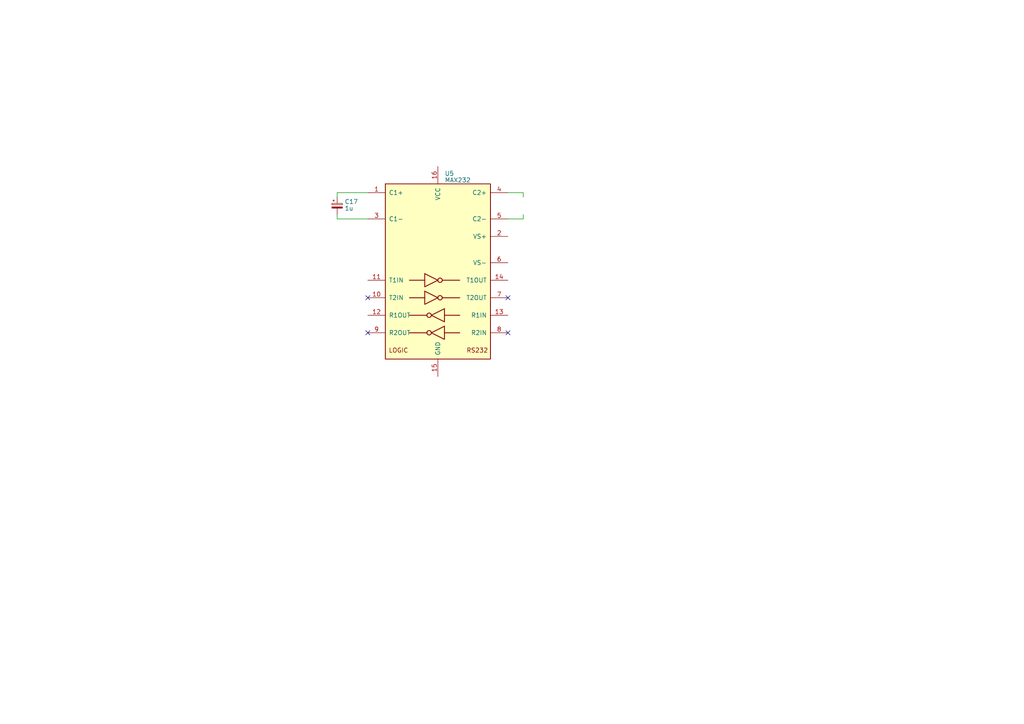
<source format=kicad_sch>
(kicad_sch (version 20230121) (generator eeschema)

  (uuid 1de161de-844f-4ac6-86d9-b35125e3dc9a)

  (paper "A4")

  (lib_symbols
    (symbol "Device:C_Polarized_Small" (pin_numbers hide) (pin_names (offset 0.254) hide) (in_bom yes) (on_board yes)
      (property "Reference" "C" (at 0.254 1.778 0)
        (effects (font (size 1.27 1.27)) (justify left))
      )
      (property "Value" "C_Polarized_Small" (at 0.254 -2.032 0)
        (effects (font (size 1.27 1.27)) (justify left))
      )
      (property "Footprint" "" (at 0 0 0)
        (effects (font (size 1.27 1.27)) hide)
      )
      (property "Datasheet" "~" (at 0 0 0)
        (effects (font (size 1.27 1.27)) hide)
      )
      (property "ki_keywords" "cap capacitor" (at 0 0 0)
        (effects (font (size 1.27 1.27)) hide)
      )
      (property "ki_description" "Polarized capacitor, small symbol" (at 0 0 0)
        (effects (font (size 1.27 1.27)) hide)
      )
      (property "ki_fp_filters" "CP_*" (at 0 0 0)
        (effects (font (size 1.27 1.27)) hide)
      )
      (symbol "C_Polarized_Small_0_1"
        (rectangle (start -1.524 -0.3048) (end 1.524 -0.6858)
          (stroke (width 0) (type default))
          (fill (type outline))
        )
        (rectangle (start -1.524 0.6858) (end 1.524 0.3048)
          (stroke (width 0) (type default))
          (fill (type none))
        )
        (polyline
          (pts
            (xy -1.27 1.524)
            (xy -0.762 1.524)
          )
          (stroke (width 0) (type default))
          (fill (type none))
        )
        (polyline
          (pts
            (xy -1.016 1.27)
            (xy -1.016 1.778)
          )
          (stroke (width 0) (type default))
          (fill (type none))
        )
      )
      (symbol "C_Polarized_Small_1_1"
        (pin passive line (at 0 2.54 270) (length 1.8542)
          (name "~" (effects (font (size 1.27 1.27))))
          (number "1" (effects (font (size 1.27 1.27))))
        )
        (pin passive line (at 0 -2.54 90) (length 1.8542)
          (name "~" (effects (font (size 1.27 1.27))))
          (number "2" (effects (font (size 1.27 1.27))))
        )
      )
    )
    (symbol "Interface_UART:MAX232" (pin_names (offset 1.016)) (in_bom yes) (on_board yes)
      (property "Reference" "U" (at -2.54 28.575 0)
        (effects (font (size 1.27 1.27)) (justify right))
      )
      (property "Value" "MAX232" (at -2.54 26.67 0)
        (effects (font (size 1.27 1.27)) (justify right))
      )
      (property "Footprint" "" (at 1.27 -26.67 0)
        (effects (font (size 1.27 1.27)) (justify left) hide)
      )
      (property "Datasheet" "http://www.ti.com/lit/ds/symlink/max232.pdf" (at 0 2.54 0)
        (effects (font (size 1.27 1.27)) hide)
      )
      (property "ki_keywords" "rs232 uart transceiver line-driver" (at 0 0 0)
        (effects (font (size 1.27 1.27)) hide)
      )
      (property "ki_description" "Dual RS232 driver/receiver, 5V supply, 120kb/s, 0C-70C" (at 0 0 0)
        (effects (font (size 1.27 1.27)) hide)
      )
      (property "ki_fp_filters" "SOIC*P1.27mm* DIP*W7.62mm* TSSOP*4.4x5mm*P0.65mm*" (at 0 0 0)
        (effects (font (size 1.27 1.27)) hide)
      )
      (symbol "MAX232_0_0"
        (text "LOGIC" (at -11.43 -22.86 0)
          (effects (font (size 1.27 1.27)))
        )
        (text "RS232" (at 11.43 -22.86 0)
          (effects (font (size 1.27 1.27)))
        )
      )
      (symbol "MAX232_0_1"
        (rectangle (start -15.24 -25.4) (end 15.24 25.4)
          (stroke (width 0.254) (type default))
          (fill (type background))
        )
        (circle (center -2.54 -17.78) (radius 0.635)
          (stroke (width 0.254) (type default))
          (fill (type none))
        )
        (circle (center -2.54 -12.7) (radius 0.635)
          (stroke (width 0.254) (type default))
          (fill (type none))
        )
        (polyline
          (pts
            (xy -3.81 -7.62)
            (xy -8.255 -7.62)
          )
          (stroke (width 0.254) (type default))
          (fill (type none))
        )
        (polyline
          (pts
            (xy -3.81 -2.54)
            (xy -8.255 -2.54)
          )
          (stroke (width 0.254) (type default))
          (fill (type none))
        )
        (polyline
          (pts
            (xy -3.175 -17.78)
            (xy -8.255 -17.78)
          )
          (stroke (width 0.254) (type default))
          (fill (type none))
        )
        (polyline
          (pts
            (xy -3.175 -12.7)
            (xy -8.255 -12.7)
          )
          (stroke (width 0.254) (type default))
          (fill (type none))
        )
        (polyline
          (pts
            (xy 1.27 -7.62)
            (xy 6.35 -7.62)
          )
          (stroke (width 0.254) (type default))
          (fill (type none))
        )
        (polyline
          (pts
            (xy 1.27 -2.54)
            (xy 6.35 -2.54)
          )
          (stroke (width 0.254) (type default))
          (fill (type none))
        )
        (polyline
          (pts
            (xy 1.905 -17.78)
            (xy 6.35 -17.78)
          )
          (stroke (width 0.254) (type default))
          (fill (type none))
        )
        (polyline
          (pts
            (xy 1.905 -12.7)
            (xy 6.35 -12.7)
          )
          (stroke (width 0.254) (type default))
          (fill (type none))
        )
        (polyline
          (pts
            (xy -3.81 -5.715)
            (xy -3.81 -9.525)
            (xy 0 -7.62)
            (xy -3.81 -5.715)
          )
          (stroke (width 0.254) (type default))
          (fill (type none))
        )
        (polyline
          (pts
            (xy -3.81 -0.635)
            (xy -3.81 -4.445)
            (xy 0 -2.54)
            (xy -3.81 -0.635)
          )
          (stroke (width 0.254) (type default))
          (fill (type none))
        )
        (polyline
          (pts
            (xy 1.905 -15.875)
            (xy 1.905 -19.685)
            (xy -1.905 -17.78)
            (xy 1.905 -15.875)
          )
          (stroke (width 0.254) (type default))
          (fill (type none))
        )
        (polyline
          (pts
            (xy 1.905 -10.795)
            (xy 1.905 -14.605)
            (xy -1.905 -12.7)
            (xy 1.905 -10.795)
          )
          (stroke (width 0.254) (type default))
          (fill (type none))
        )
        (circle (center 0.635 -7.62) (radius 0.635)
          (stroke (width 0.254) (type default))
          (fill (type none))
        )
        (circle (center 0.635 -2.54) (radius 0.635)
          (stroke (width 0.254) (type default))
          (fill (type none))
        )
      )
      (symbol "MAX232_1_1"
        (pin passive line (at -20.32 22.86 0) (length 5.08)
          (name "C1+" (effects (font (size 1.27 1.27))))
          (number "1" (effects (font (size 1.27 1.27))))
        )
        (pin input line (at -20.32 -7.62 0) (length 5.08)
          (name "T2IN" (effects (font (size 1.27 1.27))))
          (number "10" (effects (font (size 1.27 1.27))))
        )
        (pin input line (at -20.32 -2.54 0) (length 5.08)
          (name "T1IN" (effects (font (size 1.27 1.27))))
          (number "11" (effects (font (size 1.27 1.27))))
        )
        (pin output line (at -20.32 -12.7 0) (length 5.08)
          (name "R1OUT" (effects (font (size 1.27 1.27))))
          (number "12" (effects (font (size 1.27 1.27))))
        )
        (pin input line (at 20.32 -12.7 180) (length 5.08)
          (name "R1IN" (effects (font (size 1.27 1.27))))
          (number "13" (effects (font (size 1.27 1.27))))
        )
        (pin output line (at 20.32 -2.54 180) (length 5.08)
          (name "T1OUT" (effects (font (size 1.27 1.27))))
          (number "14" (effects (font (size 1.27 1.27))))
        )
        (pin power_in line (at 0 -30.48 90) (length 5.08)
          (name "GND" (effects (font (size 1.27 1.27))))
          (number "15" (effects (font (size 1.27 1.27))))
        )
        (pin power_in line (at 0 30.48 270) (length 5.08)
          (name "VCC" (effects (font (size 1.27 1.27))))
          (number "16" (effects (font (size 1.27 1.27))))
        )
        (pin power_out line (at 20.32 10.16 180) (length 5.08)
          (name "VS+" (effects (font (size 1.27 1.27))))
          (number "2" (effects (font (size 1.27 1.27))))
        )
        (pin passive line (at -20.32 15.24 0) (length 5.08)
          (name "C1-" (effects (font (size 1.27 1.27))))
          (number "3" (effects (font (size 1.27 1.27))))
        )
        (pin passive line (at 20.32 22.86 180) (length 5.08)
          (name "C2+" (effects (font (size 1.27 1.27))))
          (number "4" (effects (font (size 1.27 1.27))))
        )
        (pin passive line (at 20.32 15.24 180) (length 5.08)
          (name "C2-" (effects (font (size 1.27 1.27))))
          (number "5" (effects (font (size 1.27 1.27))))
        )
        (pin power_out line (at 20.32 2.54 180) (length 5.08)
          (name "VS-" (effects (font (size 1.27 1.27))))
          (number "6" (effects (font (size 1.27 1.27))))
        )
        (pin output line (at 20.32 -7.62 180) (length 5.08)
          (name "T2OUT" (effects (font (size 1.27 1.27))))
          (number "7" (effects (font (size 1.27 1.27))))
        )
        (pin input line (at 20.32 -17.78 180) (length 5.08)
          (name "R2IN" (effects (font (size 1.27 1.27))))
          (number "8" (effects (font (size 1.27 1.27))))
        )
        (pin output line (at -20.32 -17.78 0) (length 5.08)
          (name "R2OUT" (effects (font (size 1.27 1.27))))
          (number "9" (effects (font (size 1.27 1.27))))
        )
      )
    )
  )


  (no_connect (at 147.32 86.36) (uuid 55a938e4-cfdf-4b9e-b21c-97924087607d))
  (no_connect (at 106.68 96.52) (uuid 85c83976-e90d-404e-912d-d5cdffca8e58))
  (no_connect (at 147.32 96.52) (uuid 8b227826-b59c-4371-8b7e-c17fde0c455d))
  (no_connect (at 106.68 86.36) (uuid 9e817f5a-8b16-4ace-bbb5-9cc55ca96ac8))

  (wire (pts (xy 97.79 57.15) (xy 97.79 55.88))
    (stroke (width 0) (type default))
    (uuid 270c9470-ee22-4652-8c71-f1ee67abc2a7)
  )
  (wire (pts (xy 151.765 57.15) (xy 151.765 55.88))
    (stroke (width 0) (type default))
    (uuid 74a0f0dd-bd78-4651-b467-85f3e1a8120b)
  )
  (wire (pts (xy 97.79 55.88) (xy 106.68 55.88))
    (stroke (width 0) (type default))
    (uuid 74ec9116-a0a5-4f91-95bc-93c564e718bc)
  )
  (wire (pts (xy 97.79 63.5) (xy 97.79 62.23))
    (stroke (width 0) (type default))
    (uuid be4c5421-e7f1-42f3-a8af-32f7c39edd2e)
  )
  (wire (pts (xy 106.68 63.5) (xy 97.79 63.5))
    (stroke (width 0) (type default))
    (uuid c338c262-a802-4191-81e7-01cb653e5d8d)
  )
  (wire (pts (xy 151.765 62.23) (xy 151.765 63.5))
    (stroke (width 0) (type default))
    (uuid cef43340-b1ba-4145-bb8f-19722cd01bf2)
  )
  (wire (pts (xy 151.765 55.88) (xy 147.32 55.88))
    (stroke (width 0) (type default))
    (uuid dc5fa4d4-27bd-469d-b02a-6326bb26dcc1)
  )
  (wire (pts (xy 151.765 63.5) (xy 147.32 63.5))
    (stroke (width 0) (type default))
    (uuid dce5aecd-a086-4f80-8fca-cf25c42e1e0b)
  )

  (symbol (lib_id "Interface_UART:MAX232") (at 127 78.74 0) (unit 1)
    (in_bom yes) (on_board yes) (dnp no) (fields_autoplaced)
    (uuid a0af99df-79f2-491e-bae1-7318069cc81e)
    (property "Reference" "U5" (at 128.9559 50.3301 0)
      (effects (font (size 1.27 1.27)) (justify left))
    )
    (property "Value" "MAX232" (at 128.9559 52.2511 0)
      (effects (font (size 1.27 1.27)) (justify left))
    )
    (property "Footprint" "" (at 128.27 105.41 0)
      (effects (font (size 1.27 1.27)) (justify left) hide)
    )
    (property "Datasheet" "http://www.ti.com/lit/ds/symlink/max232.pdf" (at 127 76.2 0)
      (effects (font (size 1.27 1.27)) hide)
    )
    (pin "1" (uuid f29a8680-929c-4ac4-8efc-0a9e81ea7842))
    (pin "10" (uuid a837ad25-16fe-45b4-810a-771e29b9b398))
    (pin "11" (uuid 47cb54eb-695b-48c4-81d5-fe7c6f687488))
    (pin "12" (uuid 0140afe2-a530-4243-8057-3ffbda6afd38))
    (pin "13" (uuid be3a53ea-8f0a-49a5-bf3b-2556913d2c20))
    (pin "14" (uuid 120a02d9-23c7-4f78-84e0-6f9391b6cd8d))
    (pin "15" (uuid a8575ea7-5162-4360-8010-199a31d611ad))
    (pin "16" (uuid d2abdad1-f4a2-4a62-b698-969007fa9aa7))
    (pin "2" (uuid b771d9d7-6953-40e9-8cc1-3cb8ca1498ad))
    (pin "3" (uuid 92bdb9fa-66be-4dcc-bbfa-2beb353f7653))
    (pin "4" (uuid 66c7ce36-84c7-496a-a8bf-c733e520ad03))
    (pin "5" (uuid 42ed2597-7a19-45ab-9fd6-31a2e4d15ea3))
    (pin "6" (uuid db1dd4cf-382e-465e-80b2-8322f9bf971c))
    (pin "7" (uuid 13c107b6-f4b5-4c3f-9d67-de3d34094ea8))
    (pin "8" (uuid 7f4e9e58-e226-41ef-bd1c-b7156d550bf3))
    (pin "9" (uuid 107c7ac5-f31f-49c5-8479-e3d8a86dc206))
    (instances
      (project "esp"
        (path "/d8fe67a6-0689-48b0-90b5-ae5bbcd4903f/a20e1ea5-baf5-46c7-887c-3485b8e49df2"
          (reference "U5") (unit 1)
        )
        (path "/d8fe67a6-0689-48b0-90b5-ae5bbcd4903f/a20e1ea5-baf5-46c7-887c-3485b8e49df2/7a02fd21-55a0-48bc-abe8-adaf4b72ff00"
          (reference "U5") (unit 1)
        )
      )
    )
  )

  (symbol (lib_id "Device:C_Polarized_Small") (at 97.79 59.69 0) (unit 1)
    (in_bom yes) (on_board yes) (dnp no) (fields_autoplaced)
    (uuid d3556c3e-863d-401d-8103-73761d7c88c7)
    (property "Reference" "C17" (at 99.949 58.5002 0)
      (effects (font (size 1.27 1.27)) (justify left))
    )
    (property "Value" "1u" (at 99.949 60.4212 0)
      (effects (font (size 1.27 1.27)) (justify left))
    )
    (property "Footprint" "Capacitor_SMD:C_0402_1005Metric" (at 97.79 59.69 0)
      (effects (font (size 1.27 1.27)) hide)
    )
    (property "Datasheet" "~" (at 97.79 59.69 0)
      (effects (font (size 1.27 1.27)) hide)
    )
    (pin "1" (uuid 4b319044-974a-4d4d-8fd2-4a6e803c4be2))
    (pin "2" (uuid 11bc8e59-061a-481a-b815-9936c3ce8920))
    (instances
      (project "esp"
        (path "/d8fe67a6-0689-48b0-90b5-ae5bbcd4903f/a20e1ea5-baf5-46c7-887c-3485b8e49df2/7a02fd21-55a0-48bc-abe8-adaf4b72ff00"
          (reference "C17") (unit 1)
        )
      )
    )
  )
)

</source>
